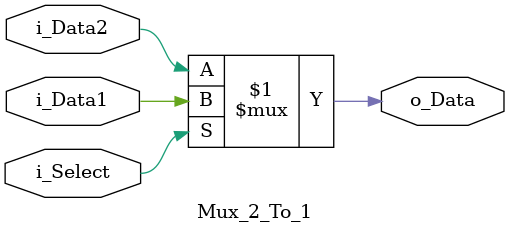
<source format=v>
`timescale 1ns / 1ps

module Mux_2_To_1 (input  i_Select,
                   input  i_Data1,
                   input  i_Data2,
                   output o_Data);
 
  assign o_Data = i_Select ? i_Data1 : i_Data2;
 
endmodule // Mux_2_To_1

</source>
